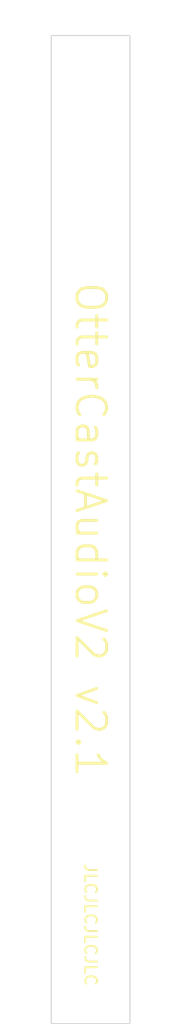
<source format=kicad_pcb>

(kicad_pcb
  (version 20171130)
  (host pcbnew 5.1.5+dfsg1-2build2)
  (general
    (thickness 1.6)
    (drawings 6)
    (tracks 0)
    (zones 0)
    (modules 1)
    (nets 1))
  (page A4)
  (layers
    (0 F.Cu signal)
    (1 In1.Cu signal)
    (2 In2.Cu signal)
    (31 B.Cu signal)
    (32 B.Adhes user)
    (33 F.Adhes user)
    (34 B.Paste user)
    (35 F.Paste user)
    (36 B.SilkS user)
    (37 F.SilkS user)
    (38 B.Mask user)
    (39 F.Mask user)
    (40 Dwgs.User user)
    (41 Cmts.User user)
    (42 Eco1.User user)
    (43 Eco2.User user)
    (44 Edge.Cuts user)
    (45 Margin user)
    (46 B.CrtYd user)
    (47 F.CrtYd user)
    (48 B.Fab user)
    (49 F.Fab user))
  (setup
    (last_trace_width 0.25)
    (trace_clearance 0.2)
    (zone_clearance 0.508)
    (zone_45_only no)
    (trace_min 0.2)
    (via_size 0.8)
    (via_drill 0.4)
    (via_min_size 0.4)
    (via_min_drill 0.3)
    (uvia_size 0.3)
    (uvia_drill 0.1)
    (uvias_allowed no)
    (uvia_min_size 0.2)
    (uvia_min_drill 0.1)
    (edge_width 0.05)
    (segment_width 0.2)
    (pcb_text_width 0.3)
    (pcb_text_size 1.5 1.5)
    (mod_edge_width 0.12)
    (mod_text_size 1 1)
    (mod_text_width 0.15)
    (pad_size 1.524 1.524)
    (pad_drill 0.762)
    (pad_to_mask_clearance 0.051)
    (solder_mask_min_width 0.25)
    (aux_axis_origin 0 0)
    (visible_elements FFFFFF7F)
    (pcbplotparams
      (layerselection 0x010fc_ffffffff)
      (usegerberextensions true)
      (usegerberattributes false)
      (usegerberadvancedattributes false)
      (creategerberjobfile false)
      (excludeedgelayer true)
      (linewidth 0.1)
      (plotframeref false)
      (viasonmask false)
      (mode 1)
      (useauxorigin false)
      (hpglpennumber 1)
      (hpglpenspeed 20)
      (hpglpendiameter 15.0)
      (psnegative false)
      (psa4output false)
      (plotreference true)
      (plotvalue true)
      (plotinvisibletext false)
      (padsonsilk false)
      (subtractmaskfromsilk false)
      (outputformat 1)
      (mirror false)
      (drillshape 0)
      (scaleselection 1)
      (outputdirectory "gerber")))
  (net 0 "")
  (net_class Default "This is the default net class."
    (clearance 0.2)
    (trace_width 0.25)
    (via_dia 0.8)
    (via_drill 0.4)
    (uvia_dia 0.3)
    (uvia_drill 0.1))
  (module otter:JLC_fiducial
    (layer F.Cu)
    (tedit 5E01237E)
    (tstamp 5FB73B09)
    (at 52 52)
    (fp_text reference REF**
      (at 0 -1.95)
      (layer F.SilkS) hide
      (effects
        (font
          (size 1 1)
          (thickness 0.15))))
    (fp_text value JLC_fiducial
      (at 0 -2.95)
      (layer F.Fab)
      (effects
        (font
          (size 1 1)
          (thickness 0.15))))
    (pad "" np_thru_hole circle
      (at 0 0)
      (size 1.152 1.152)
      (drill 1.152)
      (layers *.Cu *.Mask)))
  (gr_text JLCJLCJLCJLC
    (at 52 95 270)
    (layer F.SilkS)
    (effects
      (font
        (size 0.6 0.6)
        (thickness 0.1))))
  (gr_text "OtterCastAudioV2 v2.1\n"
    (at 52 75 270)
    (layer F.SilkS)
    (effects
      (font
        (size 1.5 1.5)
        (thickness 0.15))))
  (gr_line
    (start 50 100)
    (end 50 50)
    (layer Edge.Cuts)
    (width 0.05)
    (tstamp 5FB73B0A))
  (gr_line
    (start 54 100)
    (end 50 100)
    (layer Edge.Cuts)
    (width 0.05))
  (gr_line
    (start 54 50)
    (end 54 100)
    (layer Edge.Cuts)
    (width 0.05))
  (gr_line
    (start 50 50)
    (end 54 50)
    (layer Edge.Cuts)
    (width 0.05)))
</source>
